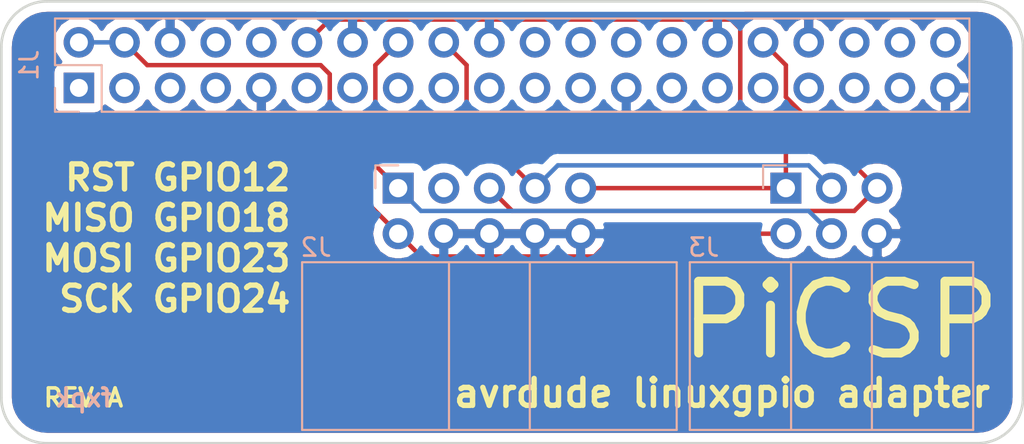
<source format=kicad_pcb>
(kicad_pcb (version 20171130) (host pcbnew "(5.0.0-rc2-dev-1-g21f46776c)")

  (general
    (thickness 1.6)
    (drawings 13)
    (tracks 35)
    (zones 0)
    (modules 3)
    (nets 34)
  )

  (page A4)
  (title_block
    (title PiCSP)
    (date 2018-02-27)
    (rev A)
    (company fauxpark)
    (comment 3 "For avrdude's linuxgpio programmer")
    (comment 4 "Raspberry Pi ICSP adapter")
  )

  (layers
    (0 F.Cu signal)
    (31 B.Cu signal)
    (32 B.Adhes user hide)
    (33 F.Adhes user hide)
    (34 B.Paste user hide)
    (35 F.Paste user hide)
    (36 B.SilkS user)
    (37 F.SilkS user)
    (38 B.Mask user hide)
    (39 F.Mask user hide)
    (40 Dwgs.User user)
    (41 Cmts.User user hide)
    (42 Eco1.User user hide)
    (43 Eco2.User user hide)
    (44 Edge.Cuts user)
    (45 Margin user hide)
    (46 B.CrtYd user hide)
    (47 F.CrtYd user hide)
    (48 B.Fab user)
    (49 F.Fab user)
  )

  (setup
    (last_trace_width 0.25)
    (trace_clearance 0.2)
    (zone_clearance 0.508)
    (zone_45_only yes)
    (trace_min 0.2)
    (segment_width 0.2)
    (edge_width 0.15)
    (via_size 0.6)
    (via_drill 0.4)
    (via_min_size 0.4)
    (via_min_drill 0.3)
    (uvia_size 0.3)
    (uvia_drill 0.1)
    (uvias_allowed no)
    (uvia_min_size 0.2)
    (uvia_min_drill 0.1)
    (pcb_text_width 0.3)
    (pcb_text_size 1.5 1.5)
    (mod_edge_width 0.15)
    (mod_text_size 1 1)
    (mod_text_width 0.15)
    (pad_size 1.5 1.5)
    (pad_drill 1)
    (pad_to_mask_clearance 0.2)
    (aux_axis_origin 0 0)
    (visible_elements 7FFDFF7F)
    (pcbplotparams
      (layerselection 0x010f0_80000001)
      (usegerberextensions false)
      (usegerberattributes false)
      (usegerberadvancedattributes false)
      (creategerberjobfile false)
      (excludeedgelayer true)
      (linewidth 0.100000)
      (plotframeref false)
      (viasonmask false)
      (mode 1)
      (useauxorigin false)
      (hpglpennumber 1)
      (hpglpenspeed 20)
      (hpglpendiameter 15)
      (psnegative false)
      (psa4output false)
      (plotreference true)
      (plotvalue true)
      (plotinvisibletext false)
      (padsonsilk false)
      (subtractmaskfromsilk false)
      (outputformat 1)
      (mirror false)
      (drillshape 0)
      (scaleselection 1)
      (outputdirectory gerber/))
  )

  (net 0 "")
  (net 1 "Net-(J1-Pad1)")
  (net 2 "Net-(J1-Pad3)")
  (net 3 VCC)
  (net 4 "Net-(J1-Pad5)")
  (net 5 GND)
  (net 6 "Net-(J1-Pad7)")
  (net 7 "Net-(J1-Pad8)")
  (net 8 "Net-(J1-Pad10)")
  (net 9 "Net-(J1-Pad11)")
  (net 10 MISO)
  (net 11 "Net-(J1-Pad13)")
  (net 12 "Net-(J1-Pad15)")
  (net 13 MOSI)
  (net 14 "Net-(J1-Pad17)")
  (net 15 SCK)
  (net 16 "Net-(J1-Pad19)")
  (net 17 "Net-(J1-Pad21)")
  (net 18 "Net-(J1-Pad22)")
  (net 19 "Net-(J1-Pad23)")
  (net 20 "Net-(J1-Pad24)")
  (net 21 "Net-(J1-Pad26)")
  (net 22 "Net-(J1-Pad27)")
  (net 23 "Net-(J1-Pad28)")
  (net 24 "Net-(J1-Pad29)")
  (net 25 "Net-(J1-Pad31)")
  (net 26 RST)
  (net 27 "Net-(J1-Pad33)")
  (net 28 "Net-(J1-Pad35)")
  (net 29 "Net-(J1-Pad36)")
  (net 30 "Net-(J1-Pad37)")
  (net 31 "Net-(J1-Pad38)")
  (net 32 "Net-(J1-Pad40)")
  (net 33 "Net-(J2-Pad3)")

  (net_class Default "This is the default net class."
    (clearance 0.2)
    (trace_width 0.25)
    (via_dia 0.6)
    (via_drill 0.4)
    (uvia_dia 0.3)
    (uvia_drill 0.1)
    (add_net GND)
    (add_net MISO)
    (add_net MOSI)
    (add_net "Net-(J1-Pad1)")
    (add_net "Net-(J1-Pad10)")
    (add_net "Net-(J1-Pad11)")
    (add_net "Net-(J1-Pad13)")
    (add_net "Net-(J1-Pad15)")
    (add_net "Net-(J1-Pad17)")
    (add_net "Net-(J1-Pad19)")
    (add_net "Net-(J1-Pad21)")
    (add_net "Net-(J1-Pad22)")
    (add_net "Net-(J1-Pad23)")
    (add_net "Net-(J1-Pad24)")
    (add_net "Net-(J1-Pad26)")
    (add_net "Net-(J1-Pad27)")
    (add_net "Net-(J1-Pad28)")
    (add_net "Net-(J1-Pad29)")
    (add_net "Net-(J1-Pad3)")
    (add_net "Net-(J1-Pad31)")
    (add_net "Net-(J1-Pad33)")
    (add_net "Net-(J1-Pad35)")
    (add_net "Net-(J1-Pad36)")
    (add_net "Net-(J1-Pad37)")
    (add_net "Net-(J1-Pad38)")
    (add_net "Net-(J1-Pad40)")
    (add_net "Net-(J1-Pad5)")
    (add_net "Net-(J1-Pad7)")
    (add_net "Net-(J1-Pad8)")
    (add_net "Net-(J2-Pad3)")
    (add_net RST)
    (add_net SCK)
    (add_net VCC)
  )

  (module Connector_IDC:IDC-Header_2x03_P2.54mm_Horizontal locked (layer B.Cu) (tedit 59DE1DCC) (tstamp 59C90DCC)
    (at 158.75 103.378 270)
    (descr "Through hole angled IDC box header, 2x03, 2.54mm pitch, double rows")
    (tags "Through hole IDC box header THT 2x03 2.54mm double row")
    (path /59C907B1)
    (fp_text reference J3 (at 3.302 4.572) (layer B.SilkS)
      (effects (font (size 1 1) (thickness 0.15)) (justify mirror))
    )
    (fp_text value ICSP6 (at 6.105 -11.43 90) (layer B.Fab)
      (effects (font (size 1 1) (thickness 0.15)) (justify mirror))
    )
    (fp_line (start 13.48 -10.43) (end -1.12 -10.43) (layer B.CrtYd) (width 0.05))
    (fp_line (start 13.48 5.35) (end 13.48 -10.43) (layer B.CrtYd) (width 0.05))
    (fp_line (start -1.12 -10.43) (end -1.12 5.35) (layer B.CrtYd) (width 0.05))
    (fp_line (start -1.12 5.35) (end 13.48 5.35) (layer B.CrtYd) (width 0.05))
    (fp_line (start 4.13 -4.79) (end 13.48 -4.79) (layer B.SilkS) (width 0.12))
    (fp_line (start 4.13 -10.43) (end 4.13 5.35) (layer B.SilkS) (width 0.12))
    (fp_line (start 4.13 -10.43) (end 13.48 -10.43) (layer B.SilkS) (width 0.12))
    (fp_line (start 4.13 -0.29) (end 13.48 -0.29) (layer B.SilkS) (width 0.12))
    (fp_line (start 4.13 5.35) (end 13.48 5.35) (layer B.SilkS) (width 0.12))
    (fp_line (start 13.48 5.35) (end 13.48 -10.43) (layer B.SilkS) (width 0.12))
    (fp_line (start 0 1.27) (end -1.27 1.27) (layer B.SilkS) (width 0.12))
    (fp_line (start -1.27 1.27) (end -1.27 0) (layer B.SilkS) (width 0.12))
    (fp_line (start 5.38 5.1) (end 13.23 5.1) (layer B.Fab) (width 0.1))
    (fp_line (start 4.38 -4.79) (end 13.23 -4.79) (layer B.Fab) (width 0.1))
    (fp_line (start 4.38 -4.76) (end -0.32 -4.76) (layer B.Fab) (width 0.1))
    (fp_line (start 4.38 -2.22) (end -0.32 -2.22) (layer B.Fab) (width 0.1))
    (fp_line (start 4.38 -10.18) (end 4.38 4.1) (layer B.Fab) (width 0.1))
    (fp_line (start 4.38 -10.18) (end 13.23 -10.18) (layer B.Fab) (width 0.1))
    (fp_line (start 4.38 -0.29) (end 13.23 -0.29) (layer B.Fab) (width 0.1))
    (fp_line (start 4.38 4.1) (end 5.38 5.1) (layer B.Fab) (width 0.1))
    (fp_line (start 4.38 0.32) (end -0.32 0.32) (layer B.Fab) (width 0.1))
    (fp_line (start 13.23 -10.18) (end 13.23 5.1) (layer B.Fab) (width 0.1))
    (fp_line (start -0.32 -5.4) (end 4.38 -5.4) (layer B.Fab) (width 0.1))
    (fp_line (start -0.32 -4.76) (end -0.32 -5.4) (layer B.Fab) (width 0.1))
    (fp_line (start -0.32 -2.86) (end 4.38 -2.86) (layer B.Fab) (width 0.1))
    (fp_line (start -0.32 -2.22) (end -0.32 -2.86) (layer B.Fab) (width 0.1))
    (fp_line (start -0.32 -0.32) (end 4.38 -0.32) (layer B.Fab) (width 0.1))
    (fp_line (start -0.32 0.32) (end -0.32 -0.32) (layer B.Fab) (width 0.1))
    (fp_text user %R (at 8.805 -2.54 180) (layer B.Fab)
      (effects (font (size 1 1) (thickness 0.15)) (justify mirror))
    )
    (pad 6 thru_hole oval (at 2.54 -5.08 270) (size 1.7272 1.7272) (drill 1.016) (layers *.Cu *.Mask)
      (net 5 GND))
    (pad 5 thru_hole oval (at 0 -5.08 270) (size 1.7272 1.7272) (drill 1.016) (layers *.Cu *.Mask)
      (net 26 RST))
    (pad 4 thru_hole oval (at 2.54 -2.54 270) (size 1.7272 1.7272) (drill 1.016) (layers *.Cu *.Mask)
      (net 13 MOSI))
    (pad 3 thru_hole oval (at 0 -2.54 270) (size 1.7272 1.7272) (drill 1.016) (layers *.Cu *.Mask)
      (net 15 SCK))
    (pad 2 thru_hole oval (at 2.54 0 270) (size 1.7272 1.7272) (drill 1.016) (layers *.Cu *.Mask)
      (net 3 VCC))
    (pad 1 thru_hole rect (at 0 0 270) (size 1.7272 1.7272) (drill 1.016) (layers *.Cu *.Mask)
      (net 10 MISO))
    (model ${KISYS3DMOD}/Connector_IDC.3dshapes/IDC-Header_2x03_P2.54mm_Horizontal.wrl
      (at (xyz 0 0 0))
      (scale (xyz 1 1 1))
      (rotate (xyz 0 0 0))
    )
  )

  (module Connector_IDC:IDC-Header_2x05_P2.54mm_Horizontal locked (layer B.Cu) (tedit 59DE1F47) (tstamp 59C8E017)
    (at 137.16 103.378 270)
    (descr "Through hole angled IDC box header, 2x05, 2.54mm pitch, double rows")
    (tags "Through hole IDC box header THT 2x05 2.54mm double row")
    (path /59C8D8A3)
    (fp_text reference J2 (at 3.302 4.572) (layer B.SilkS)
      (effects (font (size 1 1) (thickness 0.15)) (justify mirror))
    )
    (fp_text value ICSP10 (at 6.105 -16.51 270) (layer B.Fab)
      (effects (font (size 1 1) (thickness 0.15)) (justify mirror))
    )
    (fp_line (start 13.48 -15.51) (end -1.12 -15.51) (layer B.CrtYd) (width 0.05))
    (fp_line (start 13.48 5.35) (end 13.48 -15.51) (layer B.CrtYd) (width 0.05))
    (fp_line (start -1.12 -15.51) (end -1.12 5.35) (layer B.CrtYd) (width 0.05))
    (fp_line (start -1.12 5.35) (end 13.48 5.35) (layer B.CrtYd) (width 0.05))
    (fp_line (start 4.13 -7.33) (end 13.48 -7.33) (layer B.SilkS) (width 0.12))
    (fp_line (start 4.13 -2.83) (end 13.48 -2.83) (layer B.SilkS) (width 0.12))
    (fp_line (start 4.13 -15.51) (end 4.13 5.35) (layer B.SilkS) (width 0.12))
    (fp_line (start 4.13 -15.51) (end 13.48 -15.51) (layer B.SilkS) (width 0.12))
    (fp_line (start 4.13 5.35) (end 13.48 5.35) (layer B.SilkS) (width 0.12))
    (fp_line (start 13.48 5.35) (end 13.48 -15.51) (layer B.SilkS) (width 0.12))
    (fp_line (start 0 1.27) (end -1.27 1.27) (layer B.SilkS) (width 0.12))
    (fp_line (start -1.27 1.27) (end -1.27 0) (layer B.SilkS) (width 0.12))
    (fp_line (start 5.38 5.1) (end 13.23 5.1) (layer B.Fab) (width 0.1))
    (fp_line (start 4.38 -9.84) (end -0.32 -9.84) (layer B.Fab) (width 0.1))
    (fp_line (start 4.38 -7.33) (end 13.23 -7.33) (layer B.Fab) (width 0.1))
    (fp_line (start 4.38 -7.3) (end -0.32 -7.3) (layer B.Fab) (width 0.1))
    (fp_line (start 4.38 -4.76) (end -0.32 -4.76) (layer B.Fab) (width 0.1))
    (fp_line (start 4.38 -2.83) (end 13.23 -2.83) (layer B.Fab) (width 0.1))
    (fp_line (start 4.38 -2.22) (end -0.32 -2.22) (layer B.Fab) (width 0.1))
    (fp_line (start 4.38 -15.26) (end 4.38 4.1) (layer B.Fab) (width 0.1))
    (fp_line (start 4.38 -15.26) (end 13.23 -15.26) (layer B.Fab) (width 0.1))
    (fp_line (start 4.38 4.1) (end 5.38 5.1) (layer B.Fab) (width 0.1))
    (fp_line (start 4.38 0.32) (end -0.32 0.32) (layer B.Fab) (width 0.1))
    (fp_line (start 13.23 -15.26) (end 13.23 5.1) (layer B.Fab) (width 0.1))
    (fp_line (start -0.32 -9.84) (end -0.32 -10.48) (layer B.Fab) (width 0.1))
    (fp_line (start -0.32 -7.94) (end 4.38 -7.94) (layer B.Fab) (width 0.1))
    (fp_line (start -0.32 -7.3) (end -0.32 -7.94) (layer B.Fab) (width 0.1))
    (fp_line (start -0.32 -5.4) (end 4.38 -5.4) (layer B.Fab) (width 0.1))
    (fp_line (start -0.32 -4.76) (end -0.32 -5.4) (layer B.Fab) (width 0.1))
    (fp_line (start -0.32 -2.86) (end 4.38 -2.86) (layer B.Fab) (width 0.1))
    (fp_line (start -0.32 -2.22) (end -0.32 -2.86) (layer B.Fab) (width 0.1))
    (fp_line (start -0.32 -10.48) (end 4.38 -10.48) (layer B.Fab) (width 0.1))
    (fp_line (start -0.32 -0.32) (end 4.38 -0.32) (layer B.Fab) (width 0.1))
    (fp_line (start -0.32 0.32) (end -0.32 -0.32) (layer B.Fab) (width 0.1))
    (fp_text user %R (at 8.805 -5.08 180) (layer B.Fab)
      (effects (font (size 1 1) (thickness 0.15)) (justify mirror))
    )
    (pad 10 thru_hole oval (at 2.54 -10.16 270) (size 1.7272 1.7272) (drill 1.016) (layers *.Cu *.Mask)
      (net 5 GND))
    (pad 9 thru_hole oval (at 0 -10.16 270) (size 1.7272 1.7272) (drill 1.016) (layers *.Cu *.Mask)
      (net 10 MISO))
    (pad 8 thru_hole oval (at 2.54 -7.62 270) (size 1.7272 1.7272) (drill 1.016) (layers *.Cu *.Mask)
      (net 5 GND))
    (pad 7 thru_hole oval (at 0 -7.62 270) (size 1.7272 1.7272) (drill 1.016) (layers *.Cu *.Mask)
      (net 15 SCK))
    (pad 6 thru_hole oval (at 2.54 -5.08 270) (size 1.7272 1.7272) (drill 1.016) (layers *.Cu *.Mask)
      (net 5 GND))
    (pad 5 thru_hole oval (at 0 -5.08 270) (size 1.7272 1.7272) (drill 1.016) (layers *.Cu *.Mask)
      (net 26 RST))
    (pad 4 thru_hole oval (at 2.54 -2.54 270) (size 1.7272 1.7272) (drill 1.016) (layers *.Cu *.Mask)
      (net 5 GND))
    (pad 3 thru_hole oval (at 0 -2.54 270) (size 1.7272 1.7272) (drill 1.016) (layers *.Cu *.Mask)
      (net 33 "Net-(J2-Pad3)"))
    (pad 2 thru_hole oval (at 2.54 0 270) (size 1.7272 1.7272) (drill 1.016) (layers *.Cu *.Mask)
      (net 3 VCC))
    (pad 1 thru_hole rect (at 0 0 270) (size 1.7272 1.7272) (drill 1.016) (layers *.Cu *.Mask)
      (net 13 MOSI))
    (model ${KISYS3DMOD}/Connector_IDC.3dshapes/IDC-Header_2x05_P2.54mm_Horizontal.wrl
      (at (xyz 0 0 0))
      (scale (xyz 1 1 1))
      (rotate (xyz 0 0 0))
    )
  )

  (module Connector_PinSocket_2.54mm:PinSocket_2x20_P2.54mm_Vertical locked (layer B.Cu) (tedit 5A19A433) (tstamp 59C8E009)
    (at 119.38 97.79 270)
    (descr "Through hole straight socket strip, 2x20, 2.54mm pitch, double cols (from Kicad 4.0.7), script generated")
    (tags "Through hole socket strip THT 2x20 2.54mm double row")
    (path /59C8D902)
    (fp_text reference J1 (at -1.27 2.77 270) (layer B.SilkS)
      (effects (font (size 1 1) (thickness 0.15)) (justify mirror))
    )
    (fp_text value Raspberry_Pi_2_3 (at -1.27 -51.03 270) (layer B.Fab)
      (effects (font (size 1 1) (thickness 0.15)) (justify mirror))
    )
    (fp_text user %R (at -1.27 -24.13 180) (layer B.Fab)
      (effects (font (size 1 1) (thickness 0.15)) (justify mirror))
    )
    (fp_line (start -4.34 -50) (end -4.34 1.8) (layer B.CrtYd) (width 0.05))
    (fp_line (start 1.76 -50) (end -4.34 -50) (layer B.CrtYd) (width 0.05))
    (fp_line (start 1.76 1.8) (end 1.76 -50) (layer B.CrtYd) (width 0.05))
    (fp_line (start -4.34 1.8) (end 1.76 1.8) (layer B.CrtYd) (width 0.05))
    (fp_line (start 0 1.33) (end 1.33 1.33) (layer B.SilkS) (width 0.12))
    (fp_line (start 1.33 1.33) (end 1.33 0) (layer B.SilkS) (width 0.12))
    (fp_line (start -1.27 1.33) (end -1.27 -1.27) (layer B.SilkS) (width 0.12))
    (fp_line (start -1.27 -1.27) (end 1.33 -1.27) (layer B.SilkS) (width 0.12))
    (fp_line (start 1.33 -1.27) (end 1.33 -49.59) (layer B.SilkS) (width 0.12))
    (fp_line (start -3.87 -49.59) (end 1.33 -49.59) (layer B.SilkS) (width 0.12))
    (fp_line (start -3.87 1.33) (end -3.87 -49.59) (layer B.SilkS) (width 0.12))
    (fp_line (start -3.87 1.33) (end -1.27 1.33) (layer B.SilkS) (width 0.12))
    (fp_line (start -3.81 -49.53) (end -3.81 1.27) (layer B.Fab) (width 0.1))
    (fp_line (start 1.27 -49.53) (end -3.81 -49.53) (layer B.Fab) (width 0.1))
    (fp_line (start 1.27 0.27) (end 1.27 -49.53) (layer B.Fab) (width 0.1))
    (fp_line (start 0.27 1.27) (end 1.27 0.27) (layer B.Fab) (width 0.1))
    (fp_line (start -3.81 1.27) (end 0.27 1.27) (layer B.Fab) (width 0.1))
    (pad 40 thru_hole oval (at -2.54 -48.26 270) (size 1.7 1.7) (drill 1) (layers *.Cu *.Mask)
      (net 32 "Net-(J1-Pad40)"))
    (pad 39 thru_hole oval (at 0 -48.26 270) (size 1.7 1.7) (drill 1) (layers *.Cu *.Mask)
      (net 5 GND))
    (pad 38 thru_hole oval (at -2.54 -45.72 270) (size 1.7 1.7) (drill 1) (layers *.Cu *.Mask)
      (net 31 "Net-(J1-Pad38)"))
    (pad 37 thru_hole oval (at 0 -45.72 270) (size 1.7 1.7) (drill 1) (layers *.Cu *.Mask)
      (net 30 "Net-(J1-Pad37)"))
    (pad 36 thru_hole oval (at -2.54 -43.18 270) (size 1.7 1.7) (drill 1) (layers *.Cu *.Mask)
      (net 29 "Net-(J1-Pad36)"))
    (pad 35 thru_hole oval (at 0 -43.18 270) (size 1.7 1.7) (drill 1) (layers *.Cu *.Mask)
      (net 28 "Net-(J1-Pad35)"))
    (pad 34 thru_hole oval (at -2.54 -40.64 270) (size 1.7 1.7) (drill 1) (layers *.Cu *.Mask)
      (net 5 GND))
    (pad 33 thru_hole oval (at 0 -40.64 270) (size 1.7 1.7) (drill 1) (layers *.Cu *.Mask)
      (net 27 "Net-(J1-Pad33)"))
    (pad 32 thru_hole oval (at -2.54 -38.1 270) (size 1.7 1.7) (drill 1) (layers *.Cu *.Mask)
      (net 26 RST))
    (pad 31 thru_hole oval (at 0 -38.1 270) (size 1.7 1.7) (drill 1) (layers *.Cu *.Mask)
      (net 25 "Net-(J1-Pad31)"))
    (pad 30 thru_hole oval (at -2.54 -35.56 270) (size 1.7 1.7) (drill 1) (layers *.Cu *.Mask)
      (net 5 GND))
    (pad 29 thru_hole oval (at 0 -35.56 270) (size 1.7 1.7) (drill 1) (layers *.Cu *.Mask)
      (net 24 "Net-(J1-Pad29)"))
    (pad 28 thru_hole oval (at -2.54 -33.02 270) (size 1.7 1.7) (drill 1) (layers *.Cu *.Mask)
      (net 23 "Net-(J1-Pad28)"))
    (pad 27 thru_hole oval (at 0 -33.02 270) (size 1.7 1.7) (drill 1) (layers *.Cu *.Mask)
      (net 22 "Net-(J1-Pad27)"))
    (pad 26 thru_hole oval (at -2.54 -30.48 270) (size 1.7 1.7) (drill 1) (layers *.Cu *.Mask)
      (net 21 "Net-(J1-Pad26)"))
    (pad 25 thru_hole oval (at 0 -30.48 270) (size 1.7 1.7) (drill 1) (layers *.Cu *.Mask)
      (net 5 GND))
    (pad 24 thru_hole oval (at -2.54 -27.94 270) (size 1.7 1.7) (drill 1) (layers *.Cu *.Mask)
      (net 20 "Net-(J1-Pad24)"))
    (pad 23 thru_hole oval (at 0 -27.94 270) (size 1.7 1.7) (drill 1) (layers *.Cu *.Mask)
      (net 19 "Net-(J1-Pad23)"))
    (pad 22 thru_hole oval (at -2.54 -25.4 270) (size 1.7 1.7) (drill 1) (layers *.Cu *.Mask)
      (net 18 "Net-(J1-Pad22)"))
    (pad 21 thru_hole oval (at 0 -25.4 270) (size 1.7 1.7) (drill 1) (layers *.Cu *.Mask)
      (net 17 "Net-(J1-Pad21)"))
    (pad 20 thru_hole oval (at -2.54 -22.86 270) (size 1.7 1.7) (drill 1) (layers *.Cu *.Mask)
      (net 5 GND))
    (pad 19 thru_hole oval (at 0 -22.86 270) (size 1.7 1.7) (drill 1) (layers *.Cu *.Mask)
      (net 16 "Net-(J1-Pad19)"))
    (pad 18 thru_hole oval (at -2.54 -20.32 270) (size 1.7 1.7) (drill 1) (layers *.Cu *.Mask)
      (net 15 SCK))
    (pad 17 thru_hole oval (at 0 -20.32 270) (size 1.7 1.7) (drill 1) (layers *.Cu *.Mask)
      (net 14 "Net-(J1-Pad17)"))
    (pad 16 thru_hole oval (at -2.54 -17.78 270) (size 1.7 1.7) (drill 1) (layers *.Cu *.Mask)
      (net 13 MOSI))
    (pad 15 thru_hole oval (at 0 -17.78 270) (size 1.7 1.7) (drill 1) (layers *.Cu *.Mask)
      (net 12 "Net-(J1-Pad15)"))
    (pad 14 thru_hole oval (at -2.54 -15.24 270) (size 1.7 1.7) (drill 1) (layers *.Cu *.Mask)
      (net 5 GND))
    (pad 13 thru_hole oval (at 0 -15.24 270) (size 1.7 1.7) (drill 1) (layers *.Cu *.Mask)
      (net 11 "Net-(J1-Pad13)"))
    (pad 12 thru_hole oval (at -2.54 -12.7 270) (size 1.7 1.7) (drill 1) (layers *.Cu *.Mask)
      (net 10 MISO))
    (pad 11 thru_hole oval (at 0 -12.7 270) (size 1.7 1.7) (drill 1) (layers *.Cu *.Mask)
      (net 9 "Net-(J1-Pad11)"))
    (pad 10 thru_hole oval (at -2.54 -10.16 270) (size 1.7 1.7) (drill 1) (layers *.Cu *.Mask)
      (net 8 "Net-(J1-Pad10)"))
    (pad 9 thru_hole oval (at 0 -10.16 270) (size 1.7 1.7) (drill 1) (layers *.Cu *.Mask)
      (net 5 GND))
    (pad 8 thru_hole oval (at -2.54 -7.62 270) (size 1.7 1.7) (drill 1) (layers *.Cu *.Mask)
      (net 7 "Net-(J1-Pad8)"))
    (pad 7 thru_hole oval (at 0 -7.62 270) (size 1.7 1.7) (drill 1) (layers *.Cu *.Mask)
      (net 6 "Net-(J1-Pad7)"))
    (pad 6 thru_hole oval (at -2.54 -5.08 270) (size 1.7 1.7) (drill 1) (layers *.Cu *.Mask)
      (net 5 GND))
    (pad 5 thru_hole oval (at 0 -5.08 270) (size 1.7 1.7) (drill 1) (layers *.Cu *.Mask)
      (net 4 "Net-(J1-Pad5)"))
    (pad 4 thru_hole oval (at -2.54 -2.54 270) (size 1.7 1.7) (drill 1) (layers *.Cu *.Mask)
      (net 3 VCC))
    (pad 3 thru_hole oval (at 0 -2.54 270) (size 1.7 1.7) (drill 1) (layers *.Cu *.Mask)
      (net 2 "Net-(J1-Pad3)"))
    (pad 2 thru_hole oval (at -2.54 0 270) (size 1.7 1.7) (drill 1) (layers *.Cu *.Mask)
      (net 3 VCC))
    (pad 1 thru_hole rect (at 0 0 270) (size 1.7 1.7) (drill 1) (layers *.Cu *.Mask)
      (net 1 "Net-(J1-Pad1)"))
    (model ${KISYS3DMOD}/Connector_PinSocket_2.54mm.3dshapes/PinSocket_2x20_P2.54mm_Vertical.wrl
      (at (xyz 0 0 0))
      (scale (xyz 1 1 1))
      (rotate (xyz 0 0 0))
    )
  )

  (gr_text fxpk (at 119.634 115.062) (layer B.SilkS)
    (effects (font (size 1 1) (thickness 0.2)) (justify mirror))
  )
  (gr_line (start 171.958 115.062) (end 171.958 95.504) (angle 90) (layer Edge.Cuts) (width 0.15))
  (gr_line (start 115.062 95.504) (end 115.062 115.062) (angle 90) (layer Edge.Cuts) (width 0.15))
  (gr_line (start 169.418 92.964) (end 117.602 92.964) (angle 90) (layer Edge.Cuts) (width 0.15))
  (gr_line (start 117.602 117.602) (end 169.418 117.602) (angle 90) (layer Edge.Cuts) (width 0.15))
  (gr_arc (start 117.602 115.062) (end 117.602 117.602) (angle 90) (layer Edge.Cuts) (width 0.15))
  (gr_arc (start 169.418 115.062) (end 171.958 115.062) (angle 90) (layer Edge.Cuts) (width 0.15))
  (gr_arc (start 169.418 95.504) (end 169.418 92.964) (angle 90) (layer Edge.Cuts) (width 0.15))
  (gr_arc (start 117.602 95.504) (end 115.062 95.504) (angle 90) (layer Edge.Cuts) (width 0.15))
  (gr_text "avrdude linuxgpio adapter" (at 155.194 114.808) (layer F.SilkS)
    (effects (font (size 1.5 1.5) (thickness 0.3)))
  )
  (gr_text "RST GPIO12\nMISO GPIO18\nMOSI GPIO23\nSCK GPIO24" (at 131.318 106.172) (layer F.SilkS)
    (effects (font (size 1.4 1.4) (thickness 0.3)) (justify right))
  )
  (gr_text "REV A" (at 119.634 115.062) (layer F.SilkS)
    (effects (font (size 1 1) (thickness 0.2)))
  )
  (gr_text PiCSP (at 161.798 110.744) (layer F.SilkS)
    (effects (font (size 4 4) (thickness 0.5)))
  )

  (segment (start 137.16 105.918) (end 133.35 102.108) (width 0.25) (layer F.Cu) (net 3))
  (segment (start 123.19 96.52) (end 121.92 95.25) (width 0.25) (layer F.Cu) (net 3))
  (segment (start 133.35 102.108) (end 133.35 97.028) (width 0.25) (layer F.Cu) (net 3))
  (segment (start 133.35 97.028) (end 132.842 96.52) (width 0.25) (layer F.Cu) (net 3))
  (segment (start 132.842 96.52) (end 123.19 96.52) (width 0.25) (layer F.Cu) (net 3))
  (segment (start 158.75 105.918) (end 149.352 105.918) (width 0.25) (layer F.Cu) (net 3))
  (segment (start 149.352 105.918) (end 148.082 107.188) (width 0.25) (layer F.Cu) (net 3))
  (segment (start 148.082 107.188) (end 138.43 107.188) (width 0.25) (layer F.Cu) (net 3))
  (segment (start 138.43 107.188) (end 137.16 105.918) (width 0.25) (layer F.Cu) (net 3))
  (segment (start 121.92 95.25) (end 119.38 95.25) (width 0.25) (layer B.Cu) (net 3) (status 30))
  (segment (start 158.75 103.378) (end 158.75 101.346) (width 0.25) (layer F.Cu) (net 10))
  (segment (start 133.35 93.98) (end 132.08 95.25) (width 0.25) (layer F.Cu) (net 10))
  (segment (start 133.35 93.98) (end 155.702 93.98) (width 0.25) (layer F.Cu) (net 10) (tstamp 59D24E05))
  (segment (start 155.702 93.98) (end 156.21 94.488) (width 0.25) (layer F.Cu) (net 10) (tstamp 59D24E06))
  (segment (start 156.21 98.806) (end 156.21 94.488) (width 0.25) (layer F.Cu) (net 10) (tstamp 59D24E5F))
  (segment (start 158.75 101.346) (end 156.21 98.806) (width 0.25) (layer F.Cu) (net 10) (tstamp 59D24E5D))
  (segment (start 158.75 103.378) (end 147.32 103.378) (width 0.25) (layer F.Cu) (net 10))
  (segment (start 137.16 95.25) (end 135.89 96.52) (width 0.25) (layer F.Cu) (net 13))
  (segment (start 135.89 102.108) (end 137.16 103.378) (width 0.25) (layer F.Cu) (net 13) (tstamp 59D24E4D))
  (segment (start 135.89 96.52) (end 135.89 102.108) (width 0.25) (layer F.Cu) (net 13) (tstamp 59D24E4C))
  (segment (start 138.43 104.648) (end 160.02 104.648) (width 0.25) (layer B.Cu) (net 13) (tstamp 59D24DC9))
  (segment (start 137.16 103.378) (end 138.43 104.648) (width 0.25) (layer B.Cu) (net 13))
  (segment (start 160.02 104.648) (end 161.29 105.918) (width 0.25) (layer B.Cu) (net 13) (tstamp 59D24DCA))
  (segment (start 161.29 103.378) (end 160.02 102.108) (width 0.25) (layer B.Cu) (net 15))
  (segment (start 146.05 102.108) (end 144.78 103.378) (width 0.25) (layer B.Cu) (net 15) (tstamp 59D24E64))
  (segment (start 160.02 102.108) (end 146.05 102.108) (width 0.25) (layer B.Cu) (net 15) (tstamp 59D24E63))
  (segment (start 139.7 95.25) (end 140.97 96.52) (width 0.25) (layer F.Cu) (net 15))
  (segment (start 140.97 99.568) (end 144.78 103.378) (width 0.25) (layer F.Cu) (net 15) (tstamp 59D24E52))
  (segment (start 140.97 96.52) (end 140.97 99.568) (width 0.25) (layer F.Cu) (net 15) (tstamp 59D24E51))
  (segment (start 163.83 103.378) (end 162.56 104.648) (width 0.25) (layer F.Cu) (net 26))
  (segment (start 143.51 104.648) (end 142.24 103.378) (width 0.25) (layer F.Cu) (net 26) (tstamp 59D24E3C))
  (segment (start 162.56 104.648) (end 143.51 104.648) (width 0.25) (layer F.Cu) (net 26) (tstamp 59D24E3B))
  (segment (start 157.48 95.25) (end 158.75 96.52) (width 0.25) (layer F.Cu) (net 26))
  (segment (start 158.75 98.298) (end 163.83 103.378) (width 0.25) (layer F.Cu) (net 26) (tstamp 59D24E15))
  (segment (start 158.75 96.52) (end 158.75 98.298) (width 0.25) (layer F.Cu) (net 26) (tstamp 59D24E14))

  (zone (net 5) (net_name GND) (layer F.Cu) (tstamp 59C8E2CF) (hatch edge 0.508)
    (connect_pads (clearance 0.508))
    (min_thickness 0.254)
    (fill yes (arc_segments 16) (thermal_gap 0.508) (thermal_bridge_width 0.508))
    (polygon
      (pts
        (xy 171.958 92.964) (xy 115.062 92.964) (xy 115.062 117.602) (xy 171.958 117.602)
      )
    )
    (filled_polygon
      (pts
        (xy 132.446408 93.808791) (xy 132.226256 93.765) (xy 131.933744 93.765) (xy 131.500582 93.851161) (xy 131.009375 94.179375)
        (xy 130.81 94.477761) (xy 130.610625 94.179375) (xy 130.119418 93.851161) (xy 129.686256 93.765) (xy 129.393744 93.765)
        (xy 128.960582 93.851161) (xy 128.469375 94.179375) (xy 128.27 94.477761) (xy 128.070625 94.179375) (xy 127.579418 93.851161)
        (xy 127.146256 93.765) (xy 126.853744 93.765) (xy 126.420582 93.851161) (xy 125.929375 94.179375) (xy 125.716157 94.498478)
        (xy 125.655183 94.368642) (xy 125.226924 93.978355) (xy 124.81689 93.808524) (xy 124.587 93.929845) (xy 124.587 95.123)
        (xy 124.607 95.123) (xy 124.607 95.377) (xy 124.587 95.377) (xy 124.587 95.397) (xy 124.333 95.397)
        (xy 124.333 95.377) (xy 124.313 95.377) (xy 124.313 95.123) (xy 124.333 95.123) (xy 124.333 93.929845)
        (xy 124.10311 93.808524) (xy 123.693076 93.978355) (xy 123.264817 94.368642) (xy 123.203843 94.498478) (xy 122.990625 94.179375)
        (xy 122.499418 93.851161) (xy 122.066256 93.765) (xy 121.773744 93.765) (xy 121.340582 93.851161) (xy 120.849375 94.179375)
        (xy 120.65 94.477761) (xy 120.450625 94.179375) (xy 119.959418 93.851161) (xy 119.526256 93.765) (xy 119.233744 93.765)
        (xy 118.800582 93.851161) (xy 118.309375 94.179375) (xy 117.981161 94.670582) (xy 117.865908 95.25) (xy 117.981161 95.829418)
        (xy 118.309375 96.320625) (xy 118.327619 96.332816) (xy 118.282235 96.341843) (xy 118.072191 96.482191) (xy 117.931843 96.692235)
        (xy 117.88256 96.94) (xy 117.88256 98.64) (xy 117.931843 98.887765) (xy 118.072191 99.097809) (xy 118.282235 99.238157)
        (xy 118.53 99.28744) (xy 120.23 99.28744) (xy 120.477765 99.238157) (xy 120.687809 99.097809) (xy 120.828157 98.887765)
        (xy 120.837184 98.842381) (xy 120.849375 98.860625) (xy 121.340582 99.188839) (xy 121.773744 99.275) (xy 122.066256 99.275)
        (xy 122.499418 99.188839) (xy 122.990625 98.860625) (xy 123.19 98.562239) (xy 123.389375 98.860625) (xy 123.880582 99.188839)
        (xy 124.313744 99.275) (xy 124.606256 99.275) (xy 125.039418 99.188839) (xy 125.530625 98.860625) (xy 125.73 98.562239)
        (xy 125.929375 98.860625) (xy 126.420582 99.188839) (xy 126.853744 99.275) (xy 127.146256 99.275) (xy 127.579418 99.188839)
        (xy 128.070625 98.860625) (xy 128.283843 98.541522) (xy 128.344817 98.671358) (xy 128.773076 99.061645) (xy 129.18311 99.231476)
        (xy 129.413 99.110155) (xy 129.413 97.917) (xy 129.393 97.917) (xy 129.393 97.663) (xy 129.413 97.663)
        (xy 129.413 97.643) (xy 129.667 97.643) (xy 129.667 97.663) (xy 129.687 97.663) (xy 129.687 97.917)
        (xy 129.667 97.917) (xy 129.667 99.110155) (xy 129.89689 99.231476) (xy 130.306924 99.061645) (xy 130.735183 98.671358)
        (xy 130.796157 98.541522) (xy 131.009375 98.860625) (xy 131.500582 99.188839) (xy 131.933744 99.275) (xy 132.226256 99.275)
        (xy 132.590001 99.202647) (xy 132.59 102.033153) (xy 132.575112 102.108) (xy 132.59 102.182847) (xy 132.59 102.182851)
        (xy 132.634096 102.404536) (xy 132.802071 102.655929) (xy 132.86553 102.698331) (xy 135.707225 105.540026) (xy 135.632041 105.918)
        (xy 135.74835 106.502725) (xy 136.07957 106.99843) (xy 136.575275 107.32965) (xy 137.012402 107.4166) (xy 137.307598 107.4166)
        (xy 137.537974 107.370775) (xy 137.839671 107.672473) (xy 137.882071 107.735929) (xy 138.133463 107.903904) (xy 138.355148 107.948)
        (xy 138.355152 107.948) (xy 138.429999 107.962888) (xy 138.504846 107.948) (xy 148.007153 107.948) (xy 148.082 107.962888)
        (xy 148.156847 107.948) (xy 148.156852 107.948) (xy 148.378537 107.903904) (xy 148.629929 107.735929) (xy 148.672331 107.67247)
        (xy 149.666802 106.678) (xy 157.455465 106.678) (xy 157.66957 106.99843) (xy 158.165275 107.32965) (xy 158.602402 107.4166)
        (xy 158.897598 107.4166) (xy 159.334725 107.32965) (xy 159.83043 106.99843) (xy 160.02 106.714719) (xy 160.20957 106.99843)
        (xy 160.705275 107.32965) (xy 161.142402 107.4166) (xy 161.437598 107.4166) (xy 161.874725 107.32965) (xy 162.37043 106.99843)
        (xy 162.571854 106.696979) (xy 162.623179 106.80649) (xy 163.055053 107.200688) (xy 163.470974 107.372958) (xy 163.703 107.251817)
        (xy 163.703 106.045) (xy 163.957 106.045) (xy 163.957 107.251817) (xy 164.189026 107.372958) (xy 164.604947 107.200688)
        (xy 165.036821 106.80649) (xy 165.284968 106.277027) (xy 165.164469 106.045) (xy 163.957 106.045) (xy 163.703 106.045)
        (xy 163.683 106.045) (xy 163.683 105.791) (xy 163.703 105.791) (xy 163.703 105.771) (xy 163.957 105.771)
        (xy 163.957 105.791) (xy 165.164469 105.791) (xy 165.284968 105.558973) (xy 165.036821 105.02951) (xy 164.622174 104.651037)
        (xy 164.91043 104.45843) (xy 165.24165 103.962725) (xy 165.357959 103.378) (xy 165.24165 102.793275) (xy 164.91043 102.29757)
        (xy 164.414725 101.96635) (xy 163.977598 101.8794) (xy 163.682402 101.8794) (xy 163.452026 101.925225) (xy 160.669088 99.142287)
        (xy 161.090625 98.860625) (xy 161.29 98.562239) (xy 161.489375 98.860625) (xy 161.980582 99.188839) (xy 162.413744 99.275)
        (xy 162.706256 99.275) (xy 163.139418 99.188839) (xy 163.630625 98.860625) (xy 163.83 98.562239) (xy 164.029375 98.860625)
        (xy 164.520582 99.188839) (xy 164.953744 99.275) (xy 165.246256 99.275) (xy 165.679418 99.188839) (xy 166.170625 98.860625)
        (xy 166.383843 98.541522) (xy 166.444817 98.671358) (xy 166.873076 99.061645) (xy 167.28311 99.231476) (xy 167.513 99.110155)
        (xy 167.513 97.917) (xy 167.767 97.917) (xy 167.767 99.110155) (xy 167.99689 99.231476) (xy 168.406924 99.061645)
        (xy 168.835183 98.671358) (xy 169.081486 98.146892) (xy 168.960819 97.917) (xy 167.767 97.917) (xy 167.513 97.917)
        (xy 167.493 97.917) (xy 167.493 97.663) (xy 167.513 97.663) (xy 167.513 97.643) (xy 167.767 97.643)
        (xy 167.767 97.663) (xy 168.960819 97.663) (xy 169.081486 97.433108) (xy 168.835183 96.908642) (xy 168.410214 96.521353)
        (xy 168.710625 96.320625) (xy 169.038839 95.829418) (xy 169.154092 95.25) (xy 169.038839 94.670582) (xy 168.710625 94.179375)
        (xy 168.219418 93.851161) (xy 167.786256 93.765) (xy 167.493744 93.765) (xy 167.060582 93.851161) (xy 166.569375 94.179375)
        (xy 166.37 94.477761) (xy 166.170625 94.179375) (xy 165.679418 93.851161) (xy 165.246256 93.765) (xy 164.953744 93.765)
        (xy 164.520582 93.851161) (xy 164.029375 94.179375) (xy 163.83 94.477761) (xy 163.630625 94.179375) (xy 163.139418 93.851161)
        (xy 162.706256 93.765) (xy 162.413744 93.765) (xy 161.980582 93.851161) (xy 161.489375 94.179375) (xy 161.276157 94.498478)
        (xy 161.215183 94.368642) (xy 160.786924 93.978355) (xy 160.37689 93.808524) (xy 160.147 93.929845) (xy 160.147 95.123)
        (xy 160.167 95.123) (xy 160.167 95.377) (xy 160.147 95.377) (xy 160.147 95.397) (xy 159.893 95.397)
        (xy 159.893 95.377) (xy 159.873 95.377) (xy 159.873 95.123) (xy 159.893 95.123) (xy 159.893 93.929845)
        (xy 159.66311 93.808524) (xy 159.253076 93.978355) (xy 158.824817 94.368642) (xy 158.763843 94.498478) (xy 158.550625 94.179375)
        (xy 158.059418 93.851161) (xy 157.626256 93.765) (xy 157.333744 93.765) (xy 156.900582 93.851161) (xy 156.760889 93.944501)
        (xy 156.757929 93.940071) (xy 156.694475 93.897672) (xy 156.470802 93.674) (xy 169.390107 93.674) (xy 169.70393 93.698699)
        (xy 169.982821 93.765654) (xy 170.247808 93.875415) (xy 170.492352 94.025272) (xy 170.710453 94.211548) (xy 170.896726 94.429644)
        (xy 171.046585 94.674192) (xy 171.156346 94.939179) (xy 171.223301 95.218069) (xy 171.248001 95.531906) (xy 171.248 115.034107)
        (xy 171.223301 115.347931) (xy 171.156346 115.626821) (xy 171.046585 115.891808) (xy 170.896726 116.136356) (xy 170.710453 116.354452)
        (xy 170.492352 116.540728) (xy 170.247808 116.690585) (xy 169.982821 116.800346) (xy 169.70393 116.867301) (xy 169.390107 116.892)
        (xy 117.629893 116.892) (xy 117.316069 116.867301) (xy 117.037179 116.800346) (xy 116.772192 116.690585) (xy 116.527644 116.540726)
        (xy 116.309548 116.354453) (xy 116.123272 116.136352) (xy 115.973415 115.891808) (xy 115.863654 115.626821) (xy 115.796699 115.34793)
        (xy 115.772 115.034107) (xy 115.772 95.531893) (xy 115.796699 95.21807) (xy 115.863654 94.939179) (xy 115.973415 94.674192)
        (xy 116.123272 94.429648) (xy 116.309548 94.211547) (xy 116.527644 94.025274) (xy 116.772192 93.875415) (xy 117.037179 93.765654)
        (xy 117.316069 93.698699) (xy 117.629893 93.674) (xy 132.581198 93.674)
      )
    )
    (filled_polygon
      (pts
        (xy 139.827 105.791) (xy 142.113 105.791) (xy 142.113 105.771) (xy 142.367 105.771) (xy 142.367 105.791)
        (xy 144.653 105.791) (xy 144.653 105.771) (xy 144.907 105.771) (xy 144.907 105.791) (xy 147.193 105.791)
        (xy 147.193 105.771) (xy 147.447 105.771) (xy 147.447 105.791) (xy 147.467 105.791) (xy 147.467 106.045)
        (xy 147.447 106.045) (xy 147.447 106.065) (xy 147.193 106.065) (xy 147.193 106.045) (xy 144.907 106.045)
        (xy 144.907 106.065) (xy 144.653 106.065) (xy 144.653 106.045) (xy 142.367 106.045) (xy 142.367 106.065)
        (xy 142.113 106.065) (xy 142.113 106.045) (xy 139.827 106.045) (xy 139.827 106.065) (xy 139.573 106.065)
        (xy 139.573 106.045) (xy 139.553 106.045) (xy 139.553 105.791) (xy 139.573 105.791) (xy 139.573 105.771)
        (xy 139.827 105.771)
      )
    )
  )
  (zone (net 5) (net_name GND) (layer B.Cu) (tstamp 59C8E2CF) (hatch edge 0.508)
    (connect_pads (clearance 0.508))
    (min_thickness 0.254)
    (fill yes (arc_segments 16) (thermal_gap 0.508) (thermal_bridge_width 0.508))
    (polygon
      (pts
        (xy 171.958 92.964) (xy 115.062 92.964) (xy 115.062 117.602) (xy 171.958 117.602)
      )
    )
    (filled_polygon
      (pts
        (xy 169.70393 93.698699) (xy 169.982821 93.765654) (xy 170.247808 93.875415) (xy 170.492352 94.025272) (xy 170.710453 94.211548)
        (xy 170.896726 94.429644) (xy 171.046585 94.674192) (xy 171.156346 94.939179) (xy 171.223301 95.218069) (xy 171.248001 95.531906)
        (xy 171.248 115.034107) (xy 171.223301 115.347931) (xy 171.156346 115.626821) (xy 171.046585 115.891808) (xy 170.896726 116.136356)
        (xy 170.710453 116.354452) (xy 170.492352 116.540728) (xy 170.247808 116.690585) (xy 169.982821 116.800346) (xy 169.70393 116.867301)
        (xy 169.390107 116.892) (xy 117.629893 116.892) (xy 117.316069 116.867301) (xy 117.037179 116.800346) (xy 116.772192 116.690585)
        (xy 116.527644 116.540726) (xy 116.309548 116.354453) (xy 116.123272 116.136352) (xy 115.973415 115.891808) (xy 115.863654 115.626821)
        (xy 115.796699 115.34793) (xy 115.772 115.034107) (xy 115.772 105.918) (xy 135.632041 105.918) (xy 135.74835 106.502725)
        (xy 136.07957 106.99843) (xy 136.575275 107.32965) (xy 137.012402 107.4166) (xy 137.307598 107.4166) (xy 137.744725 107.32965)
        (xy 138.24043 106.99843) (xy 138.441854 106.696979) (xy 138.493179 106.80649) (xy 138.925053 107.200688) (xy 139.340974 107.372958)
        (xy 139.573 107.251817) (xy 139.573 106.045) (xy 139.827 106.045) (xy 139.827 107.251817) (xy 140.059026 107.372958)
        (xy 140.474947 107.200688) (xy 140.906821 106.80649) (xy 140.97 106.671687) (xy 141.033179 106.80649) (xy 141.465053 107.200688)
        (xy 141.880974 107.372958) (xy 142.113 107.251817) (xy 142.113 106.045) (xy 142.367 106.045) (xy 142.367 107.251817)
        (xy 142.599026 107.372958) (xy 143.014947 107.200688) (xy 143.446821 106.80649) (xy 143.51 106.671687) (xy 143.573179 106.80649)
        (xy 144.005053 107.200688) (xy 144.420974 107.372958) (xy 144.653 107.251817) (xy 144.653 106.045) (xy 144.907 106.045)
        (xy 144.907 107.251817) (xy 145.139026 107.372958) (xy 145.554947 107.200688) (xy 145.986821 106.80649) (xy 146.05 106.671687)
        (xy 146.113179 106.80649) (xy 146.545053 107.200688) (xy 146.960974 107.372958) (xy 147.193 107.251817) (xy 147.193 106.045)
        (xy 147.447 106.045) (xy 147.447 107.251817) (xy 147.679026 107.372958) (xy 148.094947 107.200688) (xy 148.526821 106.80649)
        (xy 148.774968 106.277027) (xy 148.654469 106.045) (xy 147.447 106.045) (xy 147.193 106.045) (xy 144.907 106.045)
        (xy 144.653 106.045) (xy 142.367 106.045) (xy 142.113 106.045) (xy 139.827 106.045) (xy 139.573 106.045)
        (xy 139.553 106.045) (xy 139.553 105.791) (xy 139.573 105.791) (xy 139.573 105.771) (xy 139.827 105.771)
        (xy 139.827 105.791) (xy 142.113 105.791) (xy 142.113 105.771) (xy 142.367 105.771) (xy 142.367 105.791)
        (xy 144.653 105.791) (xy 144.653 105.771) (xy 144.907 105.771) (xy 144.907 105.791) (xy 147.193 105.791)
        (xy 147.193 105.771) (xy 147.447 105.771) (xy 147.447 105.791) (xy 148.654469 105.791) (xy 148.774968 105.558973)
        (xy 148.70421 105.408) (xy 157.323486 105.408) (xy 157.222041 105.918) (xy 157.33835 106.502725) (xy 157.66957 106.99843)
        (xy 158.165275 107.32965) (xy 158.602402 107.4166) (xy 158.897598 107.4166) (xy 159.334725 107.32965) (xy 159.83043 106.99843)
        (xy 160.02 106.714719) (xy 160.20957 106.99843) (xy 160.705275 107.32965) (xy 161.142402 107.4166) (xy 161.437598 107.4166)
        (xy 161.874725 107.32965) (xy 162.37043 106.99843) (xy 162.571854 106.696979) (xy 162.623179 106.80649) (xy 163.055053 107.200688)
        (xy 163.470974 107.372958) (xy 163.703 107.251817) (xy 163.703 106.045) (xy 163.957 106.045) (xy 163.957 107.251817)
        (xy 164.189026 107.372958) (xy 164.604947 107.200688) (xy 165.036821 106.80649) (xy 165.284968 106.277027) (xy 165.164469 106.045)
        (xy 163.957 106.045) (xy 163.703 106.045) (xy 163.683 106.045) (xy 163.683 105.791) (xy 163.703 105.791)
        (xy 163.703 105.771) (xy 163.957 105.771) (xy 163.957 105.791) (xy 165.164469 105.791) (xy 165.284968 105.558973)
        (xy 165.036821 105.02951) (xy 164.622174 104.651037) (xy 164.91043 104.45843) (xy 165.24165 103.962725) (xy 165.357959 103.378)
        (xy 165.24165 102.793275) (xy 164.91043 102.29757) (xy 164.414725 101.96635) (xy 163.977598 101.8794) (xy 163.682402 101.8794)
        (xy 163.245275 101.96635) (xy 162.74957 102.29757) (xy 162.56 102.581281) (xy 162.37043 102.29757) (xy 161.874725 101.96635)
        (xy 161.437598 101.8794) (xy 161.142402 101.8794) (xy 160.912026 101.925225) (xy 160.610331 101.62353) (xy 160.567929 101.560071)
        (xy 160.316537 101.392096) (xy 160.094852 101.348) (xy 160.094847 101.348) (xy 160.02 101.333112) (xy 159.945153 101.348)
        (xy 146.124846 101.348) (xy 146.049999 101.333112) (xy 145.975152 101.348) (xy 145.975148 101.348) (xy 145.753463 101.392096)
        (xy 145.502071 101.560071) (xy 145.459671 101.623527) (xy 145.157974 101.925225) (xy 144.927598 101.8794) (xy 144.632402 101.8794)
        (xy 144.195275 101.96635) (xy 143.69957 102.29757) (xy 143.51 102.581281) (xy 143.32043 102.29757) (xy 142.824725 101.96635)
        (xy 142.387598 101.8794) (xy 142.092402 101.8794) (xy 141.655275 101.96635) (xy 141.15957 102.29757) (xy 140.97 102.581281)
        (xy 140.78043 102.29757) (xy 140.284725 101.96635) (xy 139.847598 101.8794) (xy 139.552402 101.8794) (xy 139.115275 101.96635)
        (xy 138.626932 102.292651) (xy 138.621757 102.266635) (xy 138.481409 102.056591) (xy 138.271365 101.916243) (xy 138.0236 101.86696)
        (xy 136.2964 101.86696) (xy 136.048635 101.916243) (xy 135.838591 102.056591) (xy 135.698243 102.266635) (xy 135.64896 102.5144)
        (xy 135.64896 104.2416) (xy 135.698243 104.489365) (xy 135.838591 104.699409) (xy 136.048635 104.839757) (xy 136.074651 104.844932)
        (xy 135.74835 105.333275) (xy 135.632041 105.918) (xy 115.772 105.918) (xy 115.772 95.531893) (xy 115.794185 95.25)
        (xy 117.865908 95.25) (xy 117.981161 95.829418) (xy 118.309375 96.320625) (xy 118.327619 96.332816) (xy 118.282235 96.341843)
        (xy 118.072191 96.482191) (xy 117.931843 96.692235) (xy 117.88256 96.94) (xy 117.88256 98.64) (xy 117.931843 98.887765)
        (xy 118.072191 99.097809) (xy 118.282235 99.238157) (xy 118.53 99.28744) (xy 120.23 99.28744) (xy 120.477765 99.238157)
        (xy 120.687809 99.097809) (xy 120.828157 98.887765) (xy 120.837184 98.842381) (xy 120.849375 98.860625) (xy 121.340582 99.188839)
        (xy 121.773744 99.275) (xy 122.066256 99.275) (xy 122.499418 99.188839) (xy 122.990625 98.860625) (xy 123.19 98.562239)
        (xy 123.389375 98.860625) (xy 123.880582 99.188839) (xy 124.313744 99.275) (xy 124.606256 99.275) (xy 125.039418 99.188839)
        (xy 125.530625 98.860625) (xy 125.73 98.562239) (xy 125.929375 98.860625) (xy 126.420582 99.188839) (xy 126.853744 99.275)
        (xy 127.146256 99.275) (xy 127.579418 99.188839) (xy 128.070625 98.860625) (xy 128.283843 98.541522) (xy 128.344817 98.671358)
        (xy 128.773076 99.061645) (xy 129.18311 99.231476) (xy 129.413 99.110155) (xy 129.413 97.917) (xy 129.393 97.917)
        (xy 129.393 97.663) (xy 129.413 97.663) (xy 129.413 97.643) (xy 129.667 97.643) (xy 129.667 97.663)
        (xy 129.687 97.663) (xy 129.687 97.917) (xy 129.667 97.917) (xy 129.667 99.110155) (xy 129.89689 99.231476)
        (xy 130.306924 99.061645) (xy 130.735183 98.671358) (xy 130.796157 98.541522) (xy 131.009375 98.860625) (xy 131.500582 99.188839)
        (xy 131.933744 99.275) (xy 132.226256 99.275) (xy 132.659418 99.188839) (xy 133.150625 98.860625) (xy 133.35 98.562239)
        (xy 133.549375 98.860625) (xy 134.040582 99.188839) (xy 134.473744 99.275) (xy 134.766256 99.275) (xy 135.199418 99.188839)
        (xy 135.690625 98.860625) (xy 135.89 98.562239) (xy 136.089375 98.860625) (xy 136.580582 99.188839) (xy 137.013744 99.275)
        (xy 137.306256 99.275) (xy 137.739418 99.188839) (xy 138.230625 98.860625) (xy 138.43 98.562239) (xy 138.629375 98.860625)
        (xy 139.120582 99.188839) (xy 139.553744 99.275) (xy 139.846256 99.275) (xy 140.279418 99.188839) (xy 140.770625 98.860625)
        (xy 140.97 98.562239) (xy 141.169375 98.860625) (xy 141.660582 99.188839) (xy 142.093744 99.275) (xy 142.386256 99.275)
        (xy 142.819418 99.188839) (xy 143.310625 98.860625) (xy 143.51 98.562239) (xy 143.709375 98.860625) (xy 144.200582 99.188839)
        (xy 144.633744 99.275) (xy 144.926256 99.275) (xy 145.359418 99.188839) (xy 145.850625 98.860625) (xy 146.05 98.562239)
        (xy 146.249375 98.860625) (xy 146.740582 99.188839) (xy 147.173744 99.275) (xy 147.466256 99.275) (xy 147.899418 99.188839)
        (xy 148.390625 98.860625) (xy 148.603843 98.541522) (xy 148.664817 98.671358) (xy 149.093076 99.061645) (xy 149.50311 99.231476)
        (xy 149.733 99.110155) (xy 149.733 97.917) (xy 149.713 97.917) (xy 149.713 97.663) (xy 149.733 97.663)
        (xy 149.733 97.643) (xy 149.987 97.643) (xy 149.987 97.663) (xy 150.007 97.663) (xy 150.007 97.917)
        (xy 149.987 97.917) (xy 149.987 99.110155) (xy 150.21689 99.231476) (xy 150.626924 99.061645) (xy 151.055183 98.671358)
        (xy 151.116157 98.541522) (xy 151.329375 98.860625) (xy 151.820582 99.188839) (xy 152.253744 99.275) (xy 152.546256 99.275)
        (xy 152.979418 99.188839) (xy 153.470625 98.860625) (xy 153.67 98.562239) (xy 153.869375 98.860625) (xy 154.360582 99.188839)
        (xy 154.793744 99.275) (xy 155.086256 99.275) (xy 155.519418 99.188839) (xy 156.010625 98.860625) (xy 156.21 98.562239)
        (xy 156.409375 98.860625) (xy 156.900582 99.188839) (xy 157.333744 99.275) (xy 157.626256 99.275) (xy 158.059418 99.188839)
        (xy 158.550625 98.860625) (xy 158.75 98.562239) (xy 158.949375 98.860625) (xy 159.440582 99.188839) (xy 159.873744 99.275)
        (xy 160.166256 99.275) (xy 160.599418 99.188839) (xy 161.090625 98.860625) (xy 161.29 98.562239) (xy 161.489375 98.860625)
        (xy 161.980582 99.188839) (xy 162.413744 99.275) (xy 162.706256 99.275) (xy 163.139418 99.188839) (xy 163.630625 98.860625)
        (xy 163.83 98.562239) (xy 164.029375 98.860625) (xy 164.520582 99.188839) (xy 164.953744 99.275) (xy 165.246256 99.275)
        (xy 165.679418 99.188839) (xy 166.170625 98.860625) (xy 166.383843 98.541522) (xy 166.444817 98.671358) (xy 166.873076 99.061645)
        (xy 167.28311 99.231476) (xy 167.513 99.110155) (xy 167.513 97.917) (xy 167.767 97.917) (xy 167.767 99.110155)
        (xy 167.99689 99.231476) (xy 168.406924 99.061645) (xy 168.835183 98.671358) (xy 169.081486 98.146892) (xy 168.960819 97.917)
        (xy 167.767 97.917) (xy 167.513 97.917) (xy 167.493 97.917) (xy 167.493 97.663) (xy 167.513 97.663)
        (xy 167.513 97.643) (xy 167.767 97.643) (xy 167.767 97.663) (xy 168.960819 97.663) (xy 169.081486 97.433108)
        (xy 168.835183 96.908642) (xy 168.410214 96.521353) (xy 168.710625 96.320625) (xy 169.038839 95.829418) (xy 169.154092 95.25)
        (xy 169.038839 94.670582) (xy 168.710625 94.179375) (xy 168.219418 93.851161) (xy 167.786256 93.765) (xy 167.493744 93.765)
        (xy 167.060582 93.851161) (xy 166.569375 94.179375) (xy 166.37 94.477761) (xy 166.170625 94.179375) (xy 165.679418 93.851161)
        (xy 165.246256 93.765) (xy 164.953744 93.765) (xy 164.520582 93.851161) (xy 164.029375 94.179375) (xy 163.83 94.477761)
        (xy 163.630625 94.179375) (xy 163.139418 93.851161) (xy 162.706256 93.765) (xy 162.413744 93.765) (xy 161.980582 93.851161)
        (xy 161.489375 94.179375) (xy 161.276157 94.498478) (xy 161.215183 94.368642) (xy 160.786924 93.978355) (xy 160.37689 93.808524)
        (xy 160.147 93.929845) (xy 160.147 95.123) (xy 160.167 95.123) (xy 160.167 95.377) (xy 160.147 95.377)
        (xy 160.147 95.397) (xy 159.893 95.397) (xy 159.893 95.377) (xy 159.873 95.377) (xy 159.873 95.123)
        (xy 159.893 95.123) (xy 159.893 93.929845) (xy 159.66311 93.808524) (xy 159.253076 93.978355) (xy 158.824817 94.368642)
        (xy 158.763843 94.498478) (xy 158.550625 94.179375) (xy 158.059418 93.851161) (xy 157.626256 93.765) (xy 157.333744 93.765)
        (xy 156.900582 93.851161) (xy 156.409375 94.179375) (xy 156.196157 94.498478) (xy 156.135183 94.368642) (xy 155.706924 93.978355)
        (xy 155.29689 93.808524) (xy 155.067 93.929845) (xy 155.067 95.123) (xy 155.087 95.123) (xy 155.087 95.377)
        (xy 155.067 95.377) (xy 155.067 95.397) (xy 154.813 95.397) (xy 154.813 95.377) (xy 154.793 95.377)
        (xy 154.793 95.123) (xy 154.813 95.123) (xy 154.813 93.929845) (xy 154.58311 93.808524) (xy 154.173076 93.978355)
        (xy 153.744817 94.368642) (xy 153.683843 94.498478) (xy 153.470625 94.179375) (xy 152.979418 93.851161) (xy 152.546256 93.765)
        (xy 152.253744 93.765) (xy 151.820582 93.851161) (xy 151.329375 94.179375) (xy 151.13 94.477761) (xy 150.930625 94.179375)
        (xy 150.439418 93.851161) (xy 150.006256 93.765) (xy 149.713744 93.765) (xy 149.280582 93.851161) (xy 148.789375 94.179375)
        (xy 148.59 94.477761) (xy 148.390625 94.179375) (xy 147.899418 93.851161) (xy 147.466256 93.765) (xy 147.173744 93.765)
        (xy 146.740582 93.851161) (xy 146.249375 94.179375) (xy 146.05 94.477761) (xy 145.850625 94.179375) (xy 145.359418 93.851161)
        (xy 144.926256 93.765) (xy 144.633744 93.765) (xy 144.200582 93.851161) (xy 143.709375 94.179375) (xy 143.496157 94.498478)
        (xy 143.435183 94.368642) (xy 143.006924 93.978355) (xy 142.59689 93.808524) (xy 142.367 93.929845) (xy 142.367 95.123)
        (xy 142.387 95.123) (xy 142.387 95.377) (xy 142.367 95.377) (xy 142.367 95.397) (xy 142.113 95.397)
        (xy 142.113 95.377) (xy 142.093 95.377) (xy 142.093 95.123) (xy 142.113 95.123) (xy 142.113 93.929845)
        (xy 141.88311 93.808524) (xy 141.473076 93.978355) (xy 141.044817 94.368642) (xy 140.983843 94.498478) (xy 140.770625 94.179375)
        (xy 140.279418 93.851161) (xy 139.846256 93.765) (xy 139.553744 93.765) (xy 139.120582 93.851161) (xy 138.629375 94.179375)
        (xy 138.43 94.477761) (xy 138.230625 94.179375) (xy 137.739418 93.851161) (xy 137.306256 93.765) (xy 137.013744 93.765)
        (xy 136.580582 93.851161) (xy 136.089375 94.179375) (xy 135.876157 94.498478) (xy 135.815183 94.368642) (xy 135.386924 93.978355)
        (xy 134.97689 93.808524) (xy 134.747 93.929845) (xy 134.747 95.123) (xy 134.767 95.123) (xy 134.767 95.377)
        (xy 134.747 95.377) (xy 134.747 95.397) (xy 134.493 95.397) (xy 134.493 95.377) (xy 134.473 95.377)
        (xy 134.473 95.123) (xy 134.493 95.123) (xy 134.493 93.929845) (xy 134.26311 93.808524) (xy 133.853076 93.978355)
        (xy 133.424817 94.368642) (xy 133.363843 94.498478) (xy 133.150625 94.179375) (xy 132.659418 93.851161) (xy 132.226256 93.765)
        (xy 131.933744 93.765) (xy 131.500582 93.851161) (xy 131.009375 94.179375) (xy 130.81 94.477761) (xy 130.610625 94.179375)
        (xy 130.119418 93.851161) (xy 129.686256 93.765) (xy 129.393744 93.765) (xy 128.960582 93.851161) (xy 128.469375 94.179375)
        (xy 128.27 94.477761) (xy 128.070625 94.179375) (xy 127.579418 93.851161) (xy 127.146256 93.765) (xy 126.853744 93.765)
        (xy 126.420582 93.851161) (xy 125.929375 94.179375) (xy 125.716157 94.498478) (xy 125.655183 94.368642) (xy 125.226924 93.978355)
        (xy 124.81689 93.808524) (xy 124.587 93.929845) (xy 124.587 95.123) (xy 124.607 95.123) (xy 124.607 95.377)
        (xy 124.587 95.377) (xy 124.587 95.397) (xy 124.333 95.397) (xy 124.333 95.377) (xy 124.313 95.377)
        (xy 124.313 95.123) (xy 124.333 95.123) (xy 124.333 93.929845) (xy 124.10311 93.808524) (xy 123.693076 93.978355)
        (xy 123.264817 94.368642) (xy 123.203843 94.498478) (xy 122.990625 94.179375) (xy 122.499418 93.851161) (xy 122.066256 93.765)
        (xy 121.773744 93.765) (xy 121.340582 93.851161) (xy 120.849375 94.179375) (xy 120.65 94.477761) (xy 120.450625 94.179375)
        (xy 119.959418 93.851161) (xy 119.526256 93.765) (xy 119.233744 93.765) (xy 118.800582 93.851161) (xy 118.309375 94.179375)
        (xy 117.981161 94.670582) (xy 117.865908 95.25) (xy 115.794185 95.25) (xy 115.796699 95.21807) (xy 115.863654 94.939179)
        (xy 115.973415 94.674192) (xy 116.123272 94.429648) (xy 116.309548 94.211547) (xy 116.527644 94.025274) (xy 116.772192 93.875415)
        (xy 117.037179 93.765654) (xy 117.316069 93.698699) (xy 117.629893 93.674) (xy 169.390107 93.674)
      )
    )
  )
)

</source>
